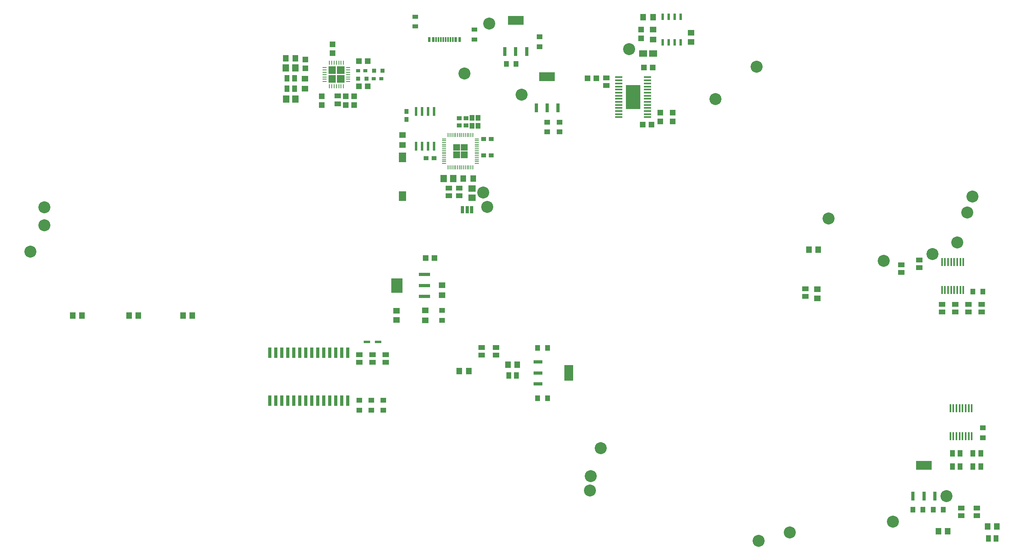
<source format=gtp>
G04*
G04 #@! TF.GenerationSoftware,Altium Limited,Altium Designer,25.1.2 (22)*
G04*
G04 Layer_Color=8421504*
%FSLAX25Y25*%
%MOIN*%
G70*
G04*
G04 #@! TF.SameCoordinates,DBC5BB4E-B95F-4F78-ABC1-F02F3F3965D1*
G04*
G04*
G04 #@! TF.FilePolarity,Positive*
G04*
G01*
G75*
%ADD20C,0.10000*%
%ADD21R,0.06844X0.05500*%
%ADD22R,0.05700X0.04400*%
%ADD23R,0.02600X0.07300*%
%ADD24R,0.02500X0.09000*%
%ADD25R,0.02100X0.07200*%
%ADD26R,0.02200X0.05750*%
%ADD27R,0.03858X0.03189*%
%ADD28R,0.04600X0.05700*%
%ADD29R,0.04800X0.04900*%
%ADD30R,0.03800X0.03400*%
%ADD31R,0.03600X0.00700*%
%ADD32R,0.00700X0.03600*%
%ADD33R,0.03600X0.01000*%
%ADD34R,0.01000X0.03600*%
%ADD35R,0.06299X0.01772*%
%ADD36R,0.12205X0.20394*%
%ADD37R,0.01400X0.07000*%
%ADD38R,0.05906X0.07874*%
%ADD39R,0.03200X0.03000*%
%ADD40R,0.05100X0.04200*%
%ADD41R,0.04724X0.03543*%
%ADD42R,0.09830X0.12192*%
%ADD43R,0.09830X0.03137*%
%ADD44R,0.05800X0.02000*%
%ADD45R,0.02600X0.06100*%
%ADD46R,0.03400X0.04200*%
%ADD47R,0.03940X0.04759*%
%ADD48R,0.05000X0.05500*%
%ADD49R,0.05121X0.04169*%
%ADD50R,0.05200X0.05900*%
%ADD51R,0.02362X0.04488*%
%ADD52R,0.01181X0.04488*%
%ADD53R,0.04331X0.05512*%
%ADD54R,0.04200X0.03400*%
%ADD55R,0.05900X0.05200*%
%ADD56R,0.04200X0.05100*%
%ADD57R,0.05000X0.05000*%
%ADD58R,0.05000X0.05000*%
%ADD59R,0.05500X0.05000*%
%ADD60R,0.05700X0.04600*%
%ADD61R,0.04400X0.05700*%
%ADD62R,0.05512X0.04331*%
%ADD63R,0.07300X0.02600*%
G36*
X292706Y436394D02*
X286394D01*
Y442706D01*
X292706D01*
Y436394D01*
D02*
G37*
G36*
X285606D02*
X279294D01*
Y442706D01*
X285606D01*
Y436394D01*
D02*
G37*
G36*
X292706Y429294D02*
X286394D01*
Y435606D01*
X292706D01*
Y429294D01*
D02*
G37*
G36*
X285606D02*
X279294D01*
Y435606D01*
X285606D01*
Y429294D01*
D02*
G37*
G36*
X389106Y372494D02*
X383594D01*
Y378006D01*
X389106D01*
Y372494D01*
D02*
G37*
G36*
Y366194D02*
X383594D01*
Y371706D01*
X389106D01*
Y366194D01*
D02*
G37*
G36*
X395406Y371706D02*
X389894D01*
Y366194D01*
X395406D01*
Y371706D01*
D02*
G37*
G36*
Y378006D02*
X389894D01*
Y372494D01*
X395406D01*
Y378006D01*
D02*
G37*
G36*
X442100Y477450D02*
Y484750D01*
X429100D01*
Y477450D01*
X442100D01*
D02*
G37*
G36*
X476250Y180500D02*
X483550D01*
Y193500D01*
X476250D01*
Y180500D01*
D02*
G37*
G36*
X782500Y106250D02*
Y113550D01*
X769500D01*
Y106250D01*
X782500D01*
D02*
G37*
G36*
X468200Y430450D02*
Y437750D01*
X455200D01*
Y430450D01*
X468200D01*
D02*
G37*
D20*
X42400Y310100D02*
D03*
X664000Y54000D02*
D03*
X602000Y415500D02*
D03*
X440600Y419100D02*
D03*
X413400Y478600D02*
D03*
X392700Y436900D02*
D03*
X636300Y442400D02*
D03*
X530100Y457100D02*
D03*
X42300Y325200D02*
D03*
X30800Y288200D02*
D03*
X696300Y315900D02*
D03*
X783100Y286300D02*
D03*
X803865Y295862D02*
D03*
X742500Y280700D02*
D03*
X816300Y334200D02*
D03*
X812100Y320900D02*
D03*
X408300Y337400D02*
D03*
X411700Y325600D02*
D03*
X506400Y124200D02*
D03*
X498000Y101000D02*
D03*
X497587Y89000D02*
D03*
X750000Y63000D02*
D03*
X794875Y84211D02*
D03*
X638000Y47000D02*
D03*
D21*
X550278Y453500D02*
D03*
X541722D02*
D03*
D22*
X327000Y195750D02*
D03*
Y202250D02*
D03*
X407000Y201750D02*
D03*
Y208250D02*
D03*
X419000D02*
D03*
Y201750D02*
D03*
X305000Y195750D02*
D03*
Y202250D02*
D03*
X316000Y195750D02*
D03*
Y202250D02*
D03*
X511000Y433250D02*
D03*
Y426750D02*
D03*
X677000Y250750D02*
D03*
Y257250D02*
D03*
X772000Y274750D02*
D03*
Y281250D02*
D03*
X757000Y277250D02*
D03*
Y270750D02*
D03*
X824000Y244250D02*
D03*
Y237750D02*
D03*
X802000D02*
D03*
Y244250D02*
D03*
X813000Y237750D02*
D03*
Y244250D02*
D03*
X791000D02*
D03*
Y237750D02*
D03*
X807000Y74250D02*
D03*
Y67750D02*
D03*
X820000D02*
D03*
Y74250D02*
D03*
X287090Y411623D02*
D03*
Y418123D02*
D03*
D23*
X766950Y84100D02*
D03*
X776000D02*
D03*
X785050D02*
D03*
X452650Y408300D02*
D03*
X461700D02*
D03*
X470750D02*
D03*
X444650Y455300D02*
D03*
X435600D02*
D03*
X426550D02*
D03*
D24*
X295500Y164000D02*
D03*
X290500D02*
D03*
X285500D02*
D03*
X280500D02*
D03*
X275500D02*
D03*
X270500D02*
D03*
X265500D02*
D03*
X260500D02*
D03*
X255500D02*
D03*
X250500D02*
D03*
X245500D02*
D03*
X240500D02*
D03*
X235500D02*
D03*
X230500D02*
D03*
Y204000D02*
D03*
X235500D02*
D03*
X240500D02*
D03*
X245500D02*
D03*
X250500D02*
D03*
X255500D02*
D03*
X260500D02*
D03*
X265500D02*
D03*
X270500D02*
D03*
X275500D02*
D03*
X280500D02*
D03*
X285500D02*
D03*
X290500D02*
D03*
X295500D02*
D03*
D25*
X352500Y376050D02*
D03*
X357500D02*
D03*
X362500D02*
D03*
X367500D02*
D03*
Y405150D02*
D03*
X362500D02*
D03*
X357500D02*
D03*
X352500D02*
D03*
D26*
X558000Y484225D02*
D03*
X563000D02*
D03*
X568000D02*
D03*
X573000D02*
D03*
Y462775D02*
D03*
X568000D02*
D03*
X563000D02*
D03*
X558000D02*
D03*
D27*
X394100Y399647D02*
D03*
Y393576D02*
D03*
X388600Y399647D02*
D03*
Y393576D02*
D03*
D28*
X251944Y449571D02*
D03*
X243644D02*
D03*
X391850Y349100D02*
D03*
X400150D02*
D03*
X550150Y484000D02*
D03*
X541850D02*
D03*
D29*
X304738Y426361D02*
D03*
X312238D02*
D03*
Y447044D02*
D03*
X304738D02*
D03*
D30*
X311138Y432505D02*
D03*
X304238D02*
D03*
X317494Y439298D02*
D03*
X324394D02*
D03*
D31*
X375900Y382336D02*
D03*
Y380761D02*
D03*
Y379187D02*
D03*
Y377612D02*
D03*
Y376037D02*
D03*
Y374462D02*
D03*
Y372887D02*
D03*
Y371313D02*
D03*
Y369738D02*
D03*
Y368163D02*
D03*
Y366588D02*
D03*
Y365013D02*
D03*
Y363439D02*
D03*
Y361864D02*
D03*
X403100D02*
D03*
Y363439D02*
D03*
Y365013D02*
D03*
Y366588D02*
D03*
Y368163D02*
D03*
Y369738D02*
D03*
Y371313D02*
D03*
Y372887D02*
D03*
Y374462D02*
D03*
Y376037D02*
D03*
Y377612D02*
D03*
Y379187D02*
D03*
Y380761D02*
D03*
Y382336D02*
D03*
D32*
X379264Y358500D02*
D03*
X380839D02*
D03*
X382413D02*
D03*
X383988D02*
D03*
X385563D02*
D03*
X387138D02*
D03*
X388713D02*
D03*
X390287D02*
D03*
X391862D02*
D03*
X393437D02*
D03*
X395012D02*
D03*
X396587D02*
D03*
X398161D02*
D03*
X399736D02*
D03*
Y385700D02*
D03*
X398161D02*
D03*
X396587D02*
D03*
X395012D02*
D03*
X393437D02*
D03*
X391862D02*
D03*
X390287D02*
D03*
X388713D02*
D03*
X387138D02*
D03*
X385563D02*
D03*
X383988D02*
D03*
X382413D02*
D03*
X380839D02*
D03*
X379264D02*
D03*
D33*
X295850Y441905D02*
D03*
Y439937D02*
D03*
Y437968D02*
D03*
Y436000D02*
D03*
Y434031D02*
D03*
Y432063D02*
D03*
Y430094D02*
D03*
X276150D02*
D03*
Y432063D02*
D03*
Y434031D02*
D03*
Y436000D02*
D03*
Y437968D02*
D03*
Y439937D02*
D03*
Y441905D02*
D03*
D34*
X291905Y426150D02*
D03*
X289937D02*
D03*
X287968D02*
D03*
X286000D02*
D03*
X284032D02*
D03*
X282063D02*
D03*
X280095D02*
D03*
Y445850D02*
D03*
X282063D02*
D03*
X284032D02*
D03*
X286000D02*
D03*
X287968D02*
D03*
X289937D02*
D03*
X291905D02*
D03*
D35*
X545500Y400441D02*
D03*
Y403000D02*
D03*
Y405559D02*
D03*
Y408118D02*
D03*
Y410677D02*
D03*
Y413236D02*
D03*
Y415795D02*
D03*
Y418354D02*
D03*
Y420913D02*
D03*
Y423472D02*
D03*
Y426031D02*
D03*
Y428590D02*
D03*
Y431150D02*
D03*
Y433709D02*
D03*
X521484D02*
D03*
Y431150D02*
D03*
Y428590D02*
D03*
Y426031D02*
D03*
Y423472D02*
D03*
Y420913D02*
D03*
Y418354D02*
D03*
Y415795D02*
D03*
Y413236D02*
D03*
Y410677D02*
D03*
Y408118D02*
D03*
Y405559D02*
D03*
Y403000D02*
D03*
Y400441D02*
D03*
D36*
X533492Y417075D02*
D03*
D37*
X815957Y157700D02*
D03*
X813398D02*
D03*
X810839D02*
D03*
X808280D02*
D03*
X805721D02*
D03*
X803161D02*
D03*
X800602D02*
D03*
X798043D02*
D03*
Y134300D02*
D03*
X800602D02*
D03*
X803161D02*
D03*
X805721D02*
D03*
X808280D02*
D03*
X810839D02*
D03*
X813398D02*
D03*
X815957D02*
D03*
X808957Y279700D02*
D03*
X806398D02*
D03*
X803839D02*
D03*
X801280D02*
D03*
X798721D02*
D03*
X796161D02*
D03*
X793602D02*
D03*
X791043D02*
D03*
Y256300D02*
D03*
X793602D02*
D03*
X796161D02*
D03*
X798721D02*
D03*
X801280D02*
D03*
X803839D02*
D03*
X806398D02*
D03*
X808957D02*
D03*
D38*
X341000Y366883D02*
D03*
Y334600D02*
D03*
D39*
X317194Y432404D02*
D03*
X323493D02*
D03*
X310281Y439298D02*
D03*
X303982D02*
D03*
D40*
X374000Y230950D02*
D03*
Y239050D02*
D03*
X472200Y388150D02*
D03*
Y396250D02*
D03*
X461700D02*
D03*
Y388150D02*
D03*
X455600Y459350D02*
D03*
Y467450D02*
D03*
X825000Y132950D02*
D03*
Y141050D02*
D03*
D41*
X351900Y476066D02*
D03*
Y484334D02*
D03*
X401000Y465266D02*
D03*
Y473534D02*
D03*
D42*
X336386Y260000D02*
D03*
D43*
X359614Y269055D02*
D03*
Y260000D02*
D03*
Y250945D02*
D03*
D44*
X311350Y212850D02*
D03*
X320650D02*
D03*
D45*
X398937Y323224D02*
D03*
X395000D02*
D03*
X391063D02*
D03*
D46*
X344300Y398650D02*
D03*
Y405150D02*
D03*
D47*
X404100Y399877D02*
D03*
Y393347D02*
D03*
X399100Y399877D02*
D03*
Y393347D02*
D03*
D48*
X66150Y235000D02*
D03*
X73850D02*
D03*
X388597Y188572D02*
D03*
X396298D02*
D03*
X436850Y194000D02*
D03*
X429150D02*
D03*
X687850Y290000D02*
D03*
X680150D02*
D03*
X788150Y55000D02*
D03*
X795850D02*
D03*
X836850Y59000D02*
D03*
X829150D02*
D03*
X158150Y235000D02*
D03*
X165850D02*
D03*
X120850D02*
D03*
X113150D02*
D03*
D49*
X305000Y155947D02*
D03*
Y164053D02*
D03*
X325000Y155947D02*
D03*
Y164053D02*
D03*
X315000D02*
D03*
Y155947D02*
D03*
D50*
X244041Y415569D02*
D03*
X251903D02*
D03*
X375569Y349100D02*
D03*
X383431D02*
D03*
X251725Y441475D02*
D03*
X243864D02*
D03*
D51*
X363524Y465287D02*
D03*
X366673D02*
D03*
X385571D02*
D03*
X388720D02*
D03*
D52*
X369232D02*
D03*
X371201D02*
D03*
X373169D02*
D03*
X375138D02*
D03*
X377106D02*
D03*
X379075D02*
D03*
X381043D02*
D03*
X383012D02*
D03*
D53*
X251122Y432835D02*
D03*
Y424174D02*
D03*
X244822D02*
D03*
Y432835D02*
D03*
D54*
X415250Y382100D02*
D03*
X408750D02*
D03*
Y368600D02*
D03*
X415250D02*
D03*
X367450Y366200D02*
D03*
X360950D02*
D03*
D55*
X399000Y333169D02*
D03*
Y341031D02*
D03*
D56*
X427650Y444900D02*
D03*
X435750D02*
D03*
X462050Y165926D02*
D03*
X453950D02*
D03*
X453950Y208000D02*
D03*
X462050D02*
D03*
X816950Y255000D02*
D03*
X825050D02*
D03*
X783950Y73000D02*
D03*
X792050D02*
D03*
X766950D02*
D03*
X775050D02*
D03*
D57*
X282900Y453950D02*
D03*
Y461250D02*
D03*
X260106Y448493D02*
D03*
Y441193D02*
D03*
X273700Y417850D02*
D03*
Y410550D02*
D03*
X300920Y410523D02*
D03*
Y417823D02*
D03*
X293830Y410523D02*
D03*
Y417823D02*
D03*
X556000Y396850D02*
D03*
Y404150D02*
D03*
X566500Y396850D02*
D03*
Y404150D02*
D03*
X540000Y473650D02*
D03*
Y466350D02*
D03*
D58*
X548750Y394300D02*
D03*
X541450D02*
D03*
X549650Y442000D02*
D03*
X542350D02*
D03*
X495350Y433000D02*
D03*
X502650D02*
D03*
X367650Y283000D02*
D03*
X360350D02*
D03*
D59*
X581725Y463321D02*
D03*
Y471021D02*
D03*
X687000Y249150D02*
D03*
Y256850D02*
D03*
X336000Y238850D02*
D03*
Y231150D02*
D03*
D60*
X341179Y377323D02*
D03*
Y385623D02*
D03*
X550000Y473650D02*
D03*
Y465350D02*
D03*
X374000Y251850D02*
D03*
Y260150D02*
D03*
X360000Y239150D02*
D03*
Y230850D02*
D03*
X259934Y424355D02*
D03*
Y432655D02*
D03*
D61*
X436250Y185000D02*
D03*
X429750D02*
D03*
X829750Y49000D02*
D03*
X836250D02*
D03*
X823400Y120000D02*
D03*
X816900D02*
D03*
X806250D02*
D03*
X799750D02*
D03*
X816900Y109000D02*
D03*
X823400D02*
D03*
X799750D02*
D03*
X806250D02*
D03*
D62*
X379669Y341250D02*
D03*
X388331D02*
D03*
Y334950D02*
D03*
X379669D02*
D03*
D63*
X454100Y196050D02*
D03*
Y187000D02*
D03*
Y177950D02*
D03*
M02*

</source>
